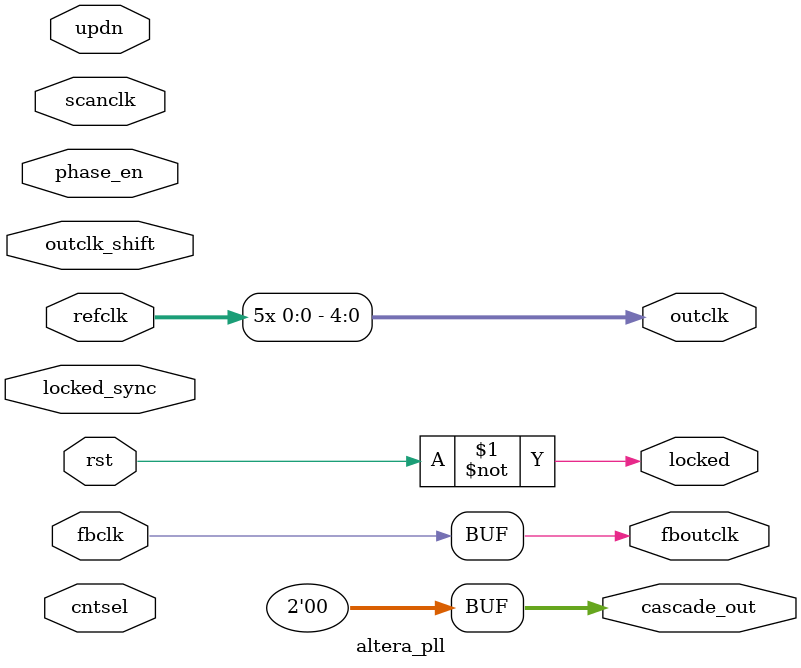
<source format=v>

module altera_pll #(
    parameter fractional_vco_multiplier = "false",
    parameter reference_clock_frequency = "50.0 MHz",
    parameter operation_mode = "direct",
    parameter number_of_clocks = 5,
    parameter output_clock_frequency0 = "50.000000 MHz",
    parameter phase_shift0 = "0 ps",
    parameter duty_cycle0 = 50,
    parameter output_clock_frequency1 = "50.000000 MHz",
    parameter phase_shift1 = "0 ps",
    parameter duty_cycle1 = 50,
    parameter output_clock_frequency2 = "50.000000 MHz",
    parameter phase_shift2 = "0 ps",
    parameter duty_cycle2 = 50,
    parameter output_clock_frequency3 = "50.000000 MHz",
    parameter phase_shift3 = "0 ps",
    parameter duty_cycle3 = 50,
    parameter output_clock_frequency4 = "50.000000 MHz",
    parameter phase_shift4 = "0 ps",
    parameter duty_cycle4 = 50,
    parameter pll_type = "General",
    parameter pll_subtype = "General"
) (
    // Input ports
    input    wire            refclk,
    input    wire            rst,
    input    wire            fbclk,
    input    wire    [63:0]  outclk_shift,
    input    wire            scanclk,
    input    wire            cntsel,
    input    wire            phase_en,
    input    wire            updn,
    input    wire            locked_sync,
    
    // Output ports
    output   wire    [4:0]   outclk,
    output   wire            locked,
    output   wire            fboutclk,
    output   wire    [1:0]   cascade_out
);

    // Simple implementation for Tang FPGA
    // Just pass through the reference clock to all outputs
    assign outclk[0] = refclk;
    assign outclk[1] = refclk;
    assign outclk[2] = refclk;
    assign outclk[3] = refclk;
    assign outclk[4] = refclk;
    assign locked = ~rst;
    assign fboutclk = fbclk;
    assign cascade_out = 2'b00;

endmodule

</source>
